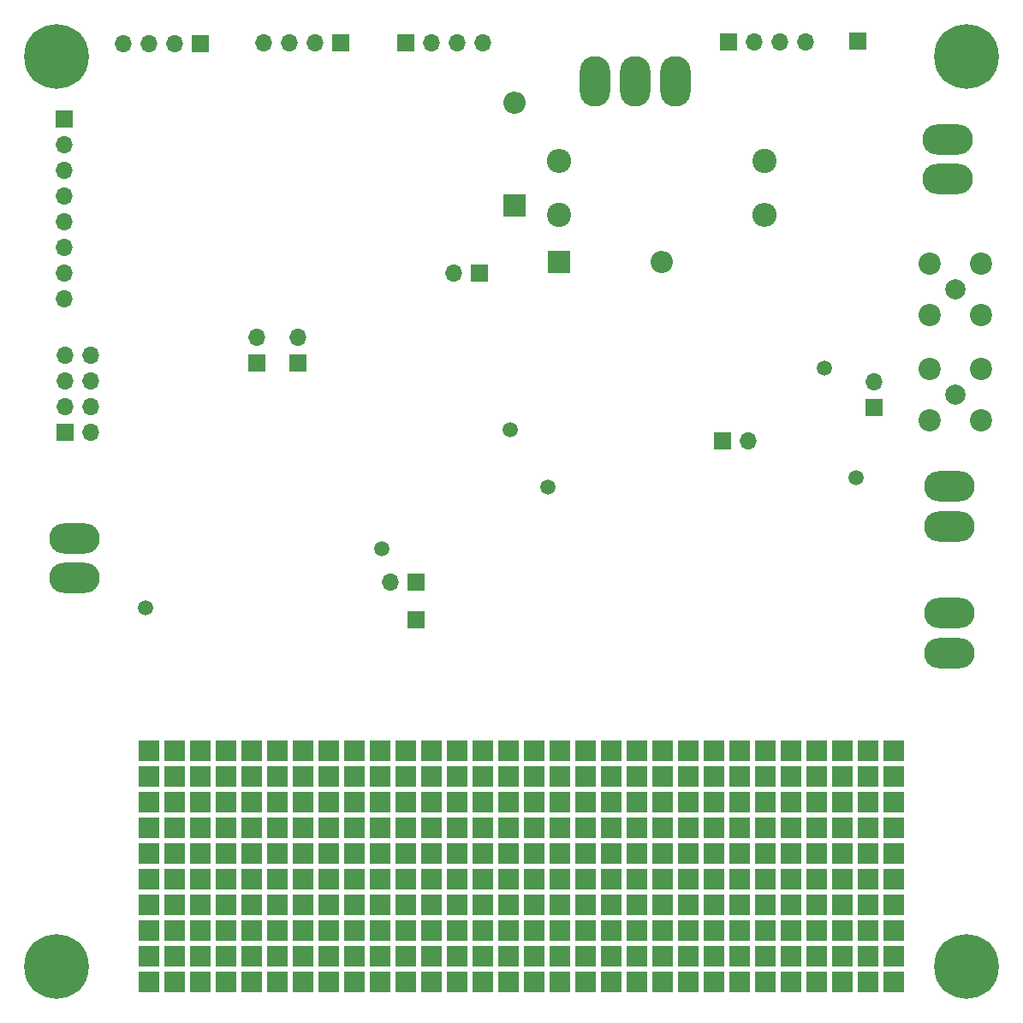
<source format=gbr>
G04 #@! TF.FileFunction,Soldermask,Bot*
%FSLAX46Y46*%
G04 Gerber Fmt 4.6, Leading zero omitted, Abs format (unit mm)*
G04 Created by KiCad (PCBNEW 4.0.2-stable) date 03/10/2017 19:28:31*
%MOMM*%
G01*
G04 APERTURE LIST*
%ADD10C,0.100000*%
%ADD11R,1.700000X1.700000*%
%ADD12O,1.700000X1.700000*%
%ADD13C,1.500000*%
%ADD14O,5.001260X2.999740*%
%ADD15O,2.999740X5.001260*%
%ADD16R,2.200000X2.200000*%
%ADD17O,2.200000X2.200000*%
%ADD18C,2.400000*%
%ADD19O,2.400000X2.400000*%
%ADD20C,2.200000*%
%ADD21C,2.000000*%
%ADD22R,2.000000X2.000000*%
%ADD23C,6.400000*%
%ADD24C,0.800000*%
G04 APERTURE END LIST*
D10*
D11*
X111340900Y-80581500D03*
D12*
X111340900Y-78041500D03*
D11*
X115417600Y-80556100D03*
D12*
X115417600Y-78016100D03*
D11*
X157429200Y-88209120D03*
D12*
X159969200Y-88209120D03*
D11*
X172394880Y-84957920D03*
D12*
X172394880Y-82417920D03*
D11*
X133332220Y-71688960D03*
D12*
X130792220Y-71688960D03*
D11*
X92316300Y-56438800D03*
D12*
X92316300Y-58978800D03*
X92316300Y-61518800D03*
X92316300Y-64058800D03*
X92316300Y-66598800D03*
X92316300Y-69138800D03*
X92316300Y-71678800D03*
X92316300Y-74218800D03*
D11*
X119672100Y-48920400D03*
D12*
X117132100Y-48920400D03*
X114592100Y-48920400D03*
X112052100Y-48920400D03*
D13*
X167528240Y-81081880D03*
X136408160Y-87111840D03*
X170611800Y-91897200D03*
X140108940Y-92834460D03*
X123733560Y-98877120D03*
D11*
X127099060Y-102260400D03*
D12*
X124559060Y-102260400D03*
D11*
X126095760Y-48920400D03*
D12*
X128635760Y-48920400D03*
X131175760Y-48920400D03*
X133715760Y-48920400D03*
D11*
X170750000Y-48700000D03*
X127109220Y-105918000D03*
X105752900Y-48933100D03*
D12*
X103212900Y-48933100D03*
X100672900Y-48933100D03*
X98132900Y-48933100D03*
D14*
X179825000Y-105268800D03*
X179825000Y-109231200D03*
X179650000Y-58418800D03*
X179650000Y-62381200D03*
X179847240Y-92720160D03*
X179847240Y-96682560D03*
X93325000Y-101831200D03*
X93325000Y-97868800D03*
D13*
X100360480Y-104729280D03*
D15*
X144792700Y-52694840D03*
X148752560Y-52694840D03*
X152712420Y-52694840D03*
D16*
X141244320Y-70591680D03*
D17*
X151404320Y-70591680D03*
D16*
X136822180Y-64988440D03*
D17*
X136822180Y-54828440D03*
D18*
X141236700Y-65938400D03*
D19*
X161556700Y-65938400D03*
D18*
X161577020Y-60601860D03*
D19*
X141257020Y-60601860D03*
D20*
X177860000Y-70710000D03*
X182940000Y-70710000D03*
X182940000Y-75790000D03*
X177860000Y-75790000D03*
D21*
X180400000Y-73250000D03*
D20*
X177885000Y-81160000D03*
X182965000Y-81160000D03*
X182965000Y-86240000D03*
X177885000Y-86240000D03*
D21*
X180425000Y-83700000D03*
D11*
X92350000Y-87400000D03*
D12*
X94890000Y-87400000D03*
X92350000Y-84860000D03*
X94890000Y-84860000D03*
X92350000Y-82320000D03*
X94890000Y-82320000D03*
X92350000Y-79780000D03*
X94890000Y-79780000D03*
D11*
X158000000Y-48800000D03*
D12*
X160540000Y-48800000D03*
X163080000Y-48800000D03*
X165620000Y-48800000D03*
D22*
X100660000Y-118870000D03*
X103200000Y-118870000D03*
X105740000Y-118870000D03*
X108280000Y-118870000D03*
X110820000Y-118870000D03*
X113360000Y-118870000D03*
X115900000Y-118870000D03*
X118440000Y-118870000D03*
X120980000Y-118870000D03*
X123520000Y-118870000D03*
X126060000Y-118870000D03*
X128600000Y-118870000D03*
X131140000Y-118870000D03*
X133680000Y-118870000D03*
X136220000Y-118870000D03*
X138760000Y-118870000D03*
X141300000Y-118870000D03*
X143840000Y-118870000D03*
X146380000Y-118870000D03*
X148920000Y-118870000D03*
X151460000Y-118870000D03*
X154000000Y-118870000D03*
X156540000Y-118870000D03*
X159080000Y-118870000D03*
X161620000Y-118870000D03*
X164160000Y-118870000D03*
X166700000Y-118870000D03*
X169240000Y-118870000D03*
X171780000Y-118870000D03*
X174320000Y-118870000D03*
X100660000Y-121410000D03*
X103200000Y-121410000D03*
X105740000Y-121410000D03*
X108280000Y-121410000D03*
X110820000Y-121410000D03*
X113360000Y-121410000D03*
X115900000Y-121410000D03*
X118440000Y-121410000D03*
X120980000Y-121410000D03*
X123520000Y-121410000D03*
X126060000Y-121410000D03*
X128600000Y-121410000D03*
X131140000Y-121410000D03*
X133680000Y-121410000D03*
X136220000Y-121410000D03*
X138760000Y-121410000D03*
X141300000Y-121410000D03*
X143840000Y-121410000D03*
X146380000Y-121410000D03*
X148920000Y-121410000D03*
X151460000Y-121410000D03*
X154000000Y-121410000D03*
X156540000Y-121410000D03*
X159080000Y-121410000D03*
X161620000Y-121410000D03*
X164160000Y-121410000D03*
X166700000Y-121410000D03*
X169240000Y-121410000D03*
X171780000Y-121410000D03*
X174320000Y-121410000D03*
X100660000Y-123950000D03*
X103200000Y-123950000D03*
X105740000Y-123950000D03*
X108280000Y-123950000D03*
X110820000Y-123950000D03*
X113360000Y-123950000D03*
X115900000Y-123950000D03*
X118440000Y-123950000D03*
X120980000Y-123950000D03*
X123520000Y-123950000D03*
X126060000Y-123950000D03*
X128600000Y-123950000D03*
X131140000Y-123950000D03*
X133680000Y-123950000D03*
X136220000Y-123950000D03*
X138760000Y-123950000D03*
X141300000Y-123950000D03*
X143840000Y-123950000D03*
X146380000Y-123950000D03*
X148920000Y-123950000D03*
X151460000Y-123950000D03*
X154000000Y-123950000D03*
X156540000Y-123950000D03*
X159080000Y-123950000D03*
X161620000Y-123950000D03*
X164160000Y-123950000D03*
X166700000Y-123950000D03*
X169240000Y-123950000D03*
X171780000Y-123950000D03*
X174320000Y-123950000D03*
X100660000Y-126490000D03*
X103200000Y-126490000D03*
X105740000Y-126490000D03*
X108280000Y-126490000D03*
X110820000Y-126490000D03*
X113360000Y-126490000D03*
X115900000Y-126490000D03*
X118440000Y-126490000D03*
X120980000Y-126490000D03*
X123520000Y-126490000D03*
X126060000Y-126490000D03*
X128600000Y-126490000D03*
X131140000Y-126490000D03*
X133680000Y-126490000D03*
X136220000Y-126490000D03*
X138760000Y-126490000D03*
X141300000Y-126490000D03*
X143840000Y-126490000D03*
X146380000Y-126490000D03*
X148920000Y-126490000D03*
X151460000Y-126490000D03*
X154000000Y-126490000D03*
X156540000Y-126490000D03*
X159080000Y-126490000D03*
X161620000Y-126490000D03*
X164160000Y-126490000D03*
X166700000Y-126490000D03*
X169240000Y-126490000D03*
X171780000Y-126490000D03*
X174320000Y-126490000D03*
X100660000Y-129030000D03*
X103200000Y-129030000D03*
X105740000Y-129030000D03*
X108280000Y-129030000D03*
X110820000Y-129030000D03*
X113360000Y-129030000D03*
X115900000Y-129030000D03*
X118440000Y-129030000D03*
X120980000Y-129030000D03*
X123520000Y-129030000D03*
X126060000Y-129030000D03*
X128600000Y-129030000D03*
X131140000Y-129030000D03*
X133680000Y-129030000D03*
X136220000Y-129030000D03*
X138760000Y-129030000D03*
X141300000Y-129030000D03*
X143840000Y-129030000D03*
X146380000Y-129030000D03*
X148920000Y-129030000D03*
X151460000Y-129030000D03*
X154000000Y-129030000D03*
X156540000Y-129030000D03*
X159080000Y-129030000D03*
X161620000Y-129030000D03*
X164160000Y-129030000D03*
X166700000Y-129030000D03*
X169240000Y-129030000D03*
X171780000Y-129030000D03*
X174320000Y-129030000D03*
X100660000Y-131570000D03*
X103200000Y-131570000D03*
X105740000Y-131570000D03*
X108280000Y-131570000D03*
X110820000Y-131570000D03*
X113360000Y-131570000D03*
X115900000Y-131570000D03*
X118440000Y-131570000D03*
X120980000Y-131570000D03*
X123520000Y-131570000D03*
X126060000Y-131570000D03*
X128600000Y-131570000D03*
X131140000Y-131570000D03*
X133680000Y-131570000D03*
X136220000Y-131570000D03*
X138760000Y-131570000D03*
X141300000Y-131570000D03*
X143840000Y-131570000D03*
X146380000Y-131570000D03*
X148920000Y-131570000D03*
X151460000Y-131570000D03*
X154000000Y-131570000D03*
X156540000Y-131570000D03*
X159080000Y-131570000D03*
X161620000Y-131570000D03*
X164160000Y-131570000D03*
X166700000Y-131570000D03*
X169240000Y-131570000D03*
X171780000Y-131570000D03*
X174320000Y-131570000D03*
X100660000Y-134110000D03*
X103200000Y-134110000D03*
X105740000Y-134110000D03*
X108280000Y-134110000D03*
X110820000Y-134110000D03*
X113360000Y-134110000D03*
X115900000Y-134110000D03*
X118440000Y-134110000D03*
X120980000Y-134110000D03*
X123520000Y-134110000D03*
X126060000Y-134110000D03*
X128600000Y-134110000D03*
X131140000Y-134110000D03*
X133680000Y-134110000D03*
X136220000Y-134110000D03*
X138760000Y-134110000D03*
X141300000Y-134110000D03*
X143840000Y-134110000D03*
X146380000Y-134110000D03*
X148920000Y-134110000D03*
X151460000Y-134110000D03*
X154000000Y-134110000D03*
X156540000Y-134110000D03*
X159080000Y-134110000D03*
X161620000Y-134110000D03*
X164160000Y-134110000D03*
X166700000Y-134110000D03*
X169240000Y-134110000D03*
X171780000Y-134110000D03*
X174320000Y-134110000D03*
X100660000Y-136650000D03*
X103200000Y-136650000D03*
X105740000Y-136650000D03*
X108280000Y-136650000D03*
X110820000Y-136650000D03*
X113360000Y-136650000D03*
X115900000Y-136650000D03*
X118440000Y-136650000D03*
X120980000Y-136650000D03*
X123520000Y-136650000D03*
X126060000Y-136650000D03*
X128600000Y-136650000D03*
X131140000Y-136650000D03*
X133680000Y-136650000D03*
X136220000Y-136650000D03*
X138760000Y-136650000D03*
X141300000Y-136650000D03*
X143840000Y-136650000D03*
X146380000Y-136650000D03*
X148920000Y-136650000D03*
X151460000Y-136650000D03*
X154000000Y-136650000D03*
X156540000Y-136650000D03*
X159080000Y-136650000D03*
X161620000Y-136650000D03*
X164160000Y-136650000D03*
X166700000Y-136650000D03*
X169240000Y-136650000D03*
X171780000Y-136650000D03*
X174320000Y-136650000D03*
X100660000Y-139190000D03*
X103200000Y-139190000D03*
X105740000Y-139190000D03*
X108280000Y-139190000D03*
X110820000Y-139190000D03*
X113360000Y-139190000D03*
X115900000Y-139190000D03*
X118440000Y-139190000D03*
X120980000Y-139190000D03*
X123520000Y-139190000D03*
X126060000Y-139190000D03*
X128600000Y-139190000D03*
X131140000Y-139190000D03*
X133680000Y-139190000D03*
X136220000Y-139190000D03*
X138760000Y-139190000D03*
X141300000Y-139190000D03*
X143840000Y-139190000D03*
X146380000Y-139190000D03*
X148920000Y-139190000D03*
X151460000Y-139190000D03*
X154000000Y-139190000D03*
X156540000Y-139190000D03*
X159080000Y-139190000D03*
X161620000Y-139190000D03*
X164160000Y-139190000D03*
X166700000Y-139190000D03*
X169240000Y-139190000D03*
X171780000Y-139190000D03*
X174320000Y-139190000D03*
X100660000Y-141730000D03*
X103200000Y-141730000D03*
X105740000Y-141730000D03*
X108280000Y-141730000D03*
X110820000Y-141730000D03*
X113360000Y-141730000D03*
X115900000Y-141730000D03*
X118440000Y-141730000D03*
X120980000Y-141730000D03*
X123520000Y-141730000D03*
X126060000Y-141730000D03*
X128600000Y-141730000D03*
X131140000Y-141730000D03*
X133680000Y-141730000D03*
X136220000Y-141730000D03*
X138760000Y-141730000D03*
X141300000Y-141730000D03*
X143840000Y-141730000D03*
X146380000Y-141730000D03*
X148920000Y-141730000D03*
X151460000Y-141730000D03*
X154000000Y-141730000D03*
X156540000Y-141730000D03*
X159080000Y-141730000D03*
X161620000Y-141730000D03*
X164160000Y-141730000D03*
X166700000Y-141730000D03*
X169240000Y-141730000D03*
X171780000Y-141730000D03*
X174320000Y-141730000D03*
D23*
X91563200Y-50212000D03*
D24*
X93963200Y-50212000D03*
X93260256Y-51909056D03*
X91563200Y-52612000D03*
X89866144Y-51909056D03*
X89163200Y-50212000D03*
X89866144Y-48514944D03*
X91563200Y-47812000D03*
X93260256Y-48514944D03*
D23*
X181563200Y-50212000D03*
D24*
X183963200Y-50212000D03*
X183260256Y-51909056D03*
X181563200Y-52612000D03*
X179866144Y-51909056D03*
X179163200Y-50212000D03*
X179866144Y-48514944D03*
X181563200Y-47812000D03*
X183260256Y-48514944D03*
D23*
X91563200Y-140212000D03*
D24*
X93963200Y-140212000D03*
X93260256Y-141909056D03*
X91563200Y-142612000D03*
X89866144Y-141909056D03*
X89163200Y-140212000D03*
X89866144Y-138514944D03*
X91563200Y-137812000D03*
X93260256Y-138514944D03*
D23*
X181563200Y-140212000D03*
D24*
X183963200Y-140212000D03*
X183260256Y-141909056D03*
X181563200Y-142612000D03*
X179866144Y-141909056D03*
X179163200Y-140212000D03*
X179866144Y-138514944D03*
X181563200Y-137812000D03*
X183260256Y-138514944D03*
M02*

</source>
